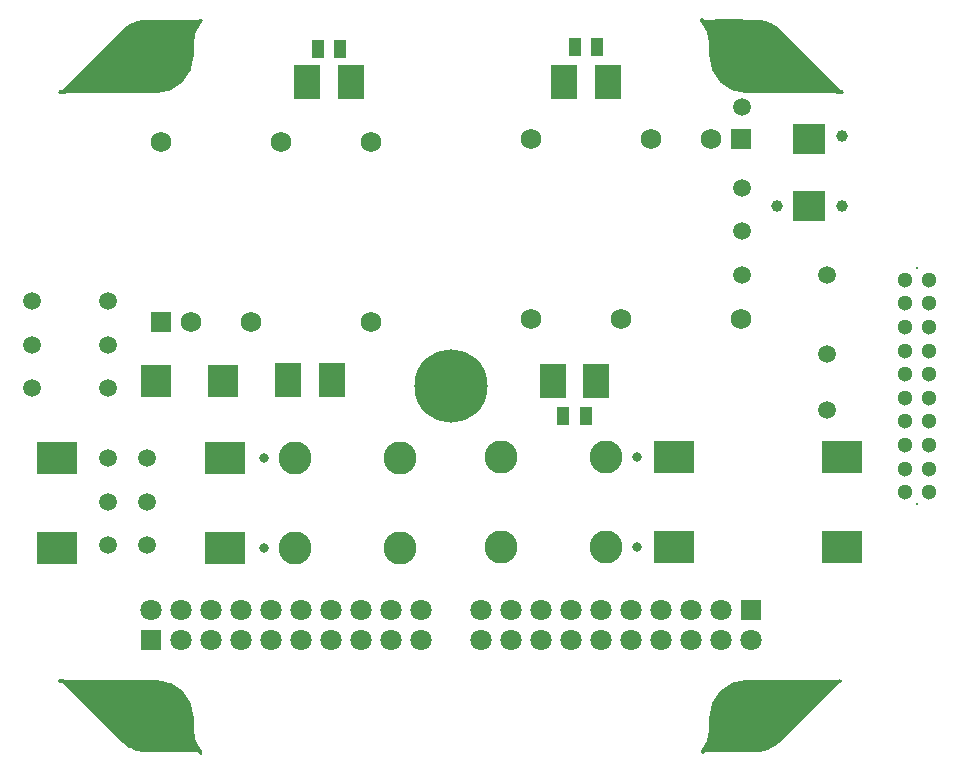
<source format=gts>
G04*
G04 #@! TF.GenerationSoftware,Altium Limited,Altium Designer,22.1.2 (22)*
G04*
G04 Layer_Color=8388736*
%FSAX42Y42*%
%MOMM*%
G71*
G04*
G04 #@! TF.SameCoordinates,B33CA4CF-0794-4EA4-91B4-66363FEF3F54*
G04*
G04*
G04 #@! TF.FilePolarity,Negative*
G04*
G01*
G75*
%ADD11C,0.30*%
%ADD16R,1.00X1.50*%
%ADD17R,2.20X3.00*%
%ADD18R,2.50X2.70*%
%ADD19R,2.70X2.50*%
%ADD20R,3.40X2.80*%
%ADD21R,1.73X1.73*%
%ADD22C,1.73*%
%ADD23C,1.30*%
%ADD24C,0.20*%
%ADD25C,1.80*%
%ADD26R,1.80X1.80*%
%ADD27C,2.80*%
%ADD28C,1.50*%
%ADD29C,1.00*%
%ADD30C,6.20*%
%ADD31C,4.20*%
%ADD32C,0.80*%
G36*
X004076Y001824D02*
X004076Y001824D01*
X004076Y001824D01*
X004096Y001824D01*
X004134Y001819D01*
X004172Y001809D01*
X004208Y001794D01*
X004242Y001774D01*
X004273Y001750D01*
X004301Y001723D01*
X004325Y001692D01*
X004344Y001658D01*
X004359Y001622D01*
X004370Y001584D01*
X004375Y001545D01*
X004375Y001525D01*
X004375Y001525D01*
X004373Y001506D01*
X004373Y001468D01*
X004375Y001429D01*
X004381Y001391D01*
X004389Y001354D01*
X004401Y001317D01*
X004415Y001281D01*
X004433Y001247D01*
X004435Y001243D01*
X004428Y001230D01*
X004386Y001230D01*
X004274Y001229D01*
X004161Y001229D01*
X004049Y001230D01*
X003992Y001230D01*
X003983Y001230D01*
X003965Y001231D01*
X003947Y001233D01*
X003930Y001236D01*
X003921Y001239D01*
Y001239D01*
X003916Y001240D01*
X003906Y001243D01*
X003897Y001246D01*
X003887Y001250D01*
X003882Y001252D01*
X003882Y001252D01*
X003875Y001255D01*
X003860Y001261D01*
X003845Y001269D01*
X003831Y001277D01*
X003824Y001282D01*
X003794Y001306D01*
X003793Y001307D01*
X003789Y001311D01*
X003782Y001317D01*
X003287Y001813D01*
X003292Y001825D01*
X004076Y001824D01*
D02*
G37*
G36*
X004396Y007430D02*
X004440Y007430D01*
X004447Y007417D01*
X004444Y007413D01*
X004425Y007379D01*
X004408Y007344D01*
X004394Y007307D01*
X004383Y007269D01*
X004376Y007230D01*
X004371Y007191D01*
X004369Y007152D01*
X004370Y007132D01*
X004370Y007132D01*
X004370Y007132D01*
X004371Y007112D01*
X004367Y007073D01*
X004357Y007034D01*
X004343Y006997D01*
X004324Y006963D01*
X004300Y006931D01*
X004272Y006903D01*
X004240Y006879D01*
X004206Y006860D01*
X004169Y006845D01*
X004130Y006836D01*
X004091Y006832D01*
X004071Y006833D01*
Y006833D01*
X004071Y006833D01*
X004071Y006833D01*
X003275Y006818D01*
X003270Y006830D01*
X003778Y007338D01*
X003787Y007348D01*
X003792Y007352D01*
X003819Y007375D01*
X003826Y007380D01*
X003839Y007388D01*
X003853Y007396D01*
X003868Y007402D01*
X003875Y007405D01*
X003880Y007407D01*
X003890Y007411D01*
X003900Y007415D01*
X003903Y007416D01*
X003915Y007419D01*
X003915Y007419D01*
X003927Y007423D01*
X003940Y007426D01*
X003957Y007428D01*
X003974Y007430D01*
X003982Y007430D01*
X003982Y007430D01*
X004042Y007430D01*
X004160Y007431D01*
X004278Y007431D01*
X004396Y007430D01*
D02*
G37*
G36*
X009854Y001814D02*
X009359Y001319D01*
X009352Y001312D01*
X009349Y001309D01*
X009347Y001307D01*
X009317Y001283D01*
X009310Y001278D01*
X009296Y001270D01*
X009281Y001263D01*
X009266Y001256D01*
X009259Y001253D01*
X009259Y001253D01*
X009254Y001251D01*
X009245Y001247D01*
X009235Y001244D01*
X009225Y001241D01*
X009220Y001240D01*
Y001240D01*
X009212Y001238D01*
X009194Y001234D01*
X009176Y001232D01*
X009158Y001231D01*
X009149Y001231D01*
X009092Y001231D01*
X008980Y001231D01*
X008868Y001231D01*
X008755Y001231D01*
X008713Y001231D01*
X008706Y001244D01*
X008709Y001248D01*
X008726Y001282D01*
X008740Y001318D01*
X008752Y001355D01*
X008760Y001392D01*
X008766Y001430D01*
X008768Y001469D01*
X008768Y001507D01*
X008766Y001527D01*
X008766Y001527D01*
X008766Y001546D01*
X008772Y001585D01*
X008782Y001623D01*
X008797Y001659D01*
X008816Y001693D01*
X008840Y001724D01*
X008868Y001752D01*
X008899Y001776D01*
X008933Y001795D01*
X008969Y001810D01*
X009007Y001820D01*
X009046Y001825D01*
X009065Y001825D01*
X009065Y001825D01*
X009065Y001825D01*
X009849Y001826D01*
X009854Y001814D01*
D02*
G37*
G36*
X008985Y007433D02*
X009104Y007432D01*
X009163Y007432D01*
X009163Y007432D01*
X009171Y007432D01*
X009188Y007430D01*
X009205Y007427D01*
X009222Y007424D01*
X009230Y007421D01*
X009235Y007420D01*
X009245Y007417D01*
X009255Y007413D01*
X009265Y007409D01*
X009270Y007407D01*
X009278Y007404D01*
X009292Y007397D01*
X009306Y007390D01*
X009319Y007382D01*
X009326Y007377D01*
X009353Y007354D01*
X009358Y007349D01*
X009367Y007340D01*
X009875Y006832D01*
X009870Y006820D01*
X009074Y006835D01*
X009054Y006834D01*
X009015Y006838D01*
X008976Y006847D01*
X008939Y006862D01*
X008905Y006881D01*
X008873Y006905D01*
X008845Y006933D01*
X008821Y006964D01*
X008802Y006999D01*
X008788Y007036D01*
X008778Y007074D01*
X008775Y007114D01*
X008775Y007134D01*
X008775Y007134D01*
X008775Y007134D01*
X008776Y007153D01*
X008774Y007193D01*
X008769Y007232D01*
X008762Y007271D01*
X008751Y007308D01*
X008737Y007345D01*
X008720Y007381D01*
X008701Y007415D01*
X008698Y007419D01*
X008705Y007432D01*
X008749Y007432D01*
X008867Y007433D01*
X008985Y007433D01*
D02*
G37*
D11*
X003328Y006825D02*
G03*
X003261Y006817I000000J-000300D01*
G01*
X008702Y001232D02*
G03*
X008773Y001425I-000230J000193D01*
G01*
X009817Y001825D02*
G03*
X009864Y001828I000000J000300D01*
G01*
X003261Y001832D02*
G03*
X003328Y001825I000067J000292D01*
G01*
X004373Y001425D02*
G03*
X004450Y001224I000300J000000D01*
G01*
Y007425D02*
G03*
X004373Y007225I000223J-000201D01*
G01*
Y001525D02*
G03*
X004073Y001825I-000300J000000D01*
G01*
X009073D02*
G03*
X008773Y001525I000000J-000300D01*
G01*
X009879Y006818D02*
G03*
X009817Y006825I-000062J-000293D01*
G01*
X004073Y006825D02*
G03*
X004373Y007125I000000J000300D01*
G01*
X008773Y007225D02*
G03*
X008694Y007427I-000300J000000D01*
G01*
X008773Y007125D02*
G03*
X009073Y006825I000300J000000D01*
G01*
X003328Y001825D02*
X004072D01*
X004373Y001425D02*
Y001525D01*
X008773Y007125D02*
Y007225D01*
Y001425D02*
Y001525D01*
X003328Y006825D02*
X004073D01*
X009073Y001825D02*
X009817D01*
X004373Y007125D02*
Y007225D01*
X009073Y006825D02*
X009817D01*
D16*
X005631Y007180D02*
D03*
X005441D02*
D03*
X007521Y004080D02*
D03*
X007711D02*
D03*
X007809Y007200D02*
D03*
X007619D02*
D03*
D17*
X005720Y006900D02*
D03*
X005352D02*
D03*
X007432Y004370D02*
D03*
X007800D02*
D03*
X005560Y004380D02*
D03*
X005192D02*
D03*
X007898Y006900D02*
D03*
X007530D02*
D03*
D18*
X004640Y004370D02*
D03*
X004070D02*
D03*
D19*
X009600Y006422D02*
D03*
Y005852D02*
D03*
D20*
X008462Y003727D02*
D03*
Y002965D02*
D03*
X009882Y003729D02*
D03*
Y002967D02*
D03*
X004653Y002960D02*
D03*
Y003722D02*
D03*
X003233Y002958D02*
D03*
Y003720D02*
D03*
D21*
X004114Y004870D02*
D03*
X009026Y006422D02*
D03*
D22*
X004368Y004870D02*
D03*
X004876D02*
D03*
X005892D02*
D03*
Y006394D02*
D03*
X005130D02*
D03*
X004114D02*
D03*
X008772Y006422D02*
D03*
X008264D02*
D03*
X007248D02*
D03*
Y004898D02*
D03*
X008010D02*
D03*
X009026D02*
D03*
D23*
X010618Y003430D02*
D03*
X010418D02*
D03*
X010618Y003630D02*
D03*
X010418D02*
D03*
X010618Y003830D02*
D03*
X010418D02*
D03*
X010618Y004030D02*
D03*
X010418D02*
D03*
Y005230D02*
D03*
X010618D02*
D03*
X010418Y005030D02*
D03*
X010618D02*
D03*
X010418Y004830D02*
D03*
X010618D02*
D03*
X010418Y004630D02*
D03*
X010618D02*
D03*
X010418Y004430D02*
D03*
X010618D02*
D03*
X010418Y004230D02*
D03*
X010618D02*
D03*
D24*
X010518Y005330D02*
D03*
Y003330D02*
D03*
D25*
X006316Y002176D02*
D03*
Y002430D02*
D03*
X005554D02*
D03*
X006062Y002176D02*
D03*
Y002430D02*
D03*
X005808Y002176D02*
D03*
Y002430D02*
D03*
X005554Y002176D02*
D03*
X004792Y002430D02*
D03*
X005300Y002176D02*
D03*
Y002430D02*
D03*
X005046Y002176D02*
D03*
Y002430D02*
D03*
X004792Y002176D02*
D03*
X004030Y002430D02*
D03*
X004284Y002176D02*
D03*
Y002430D02*
D03*
X004538Y002176D02*
D03*
Y002430D02*
D03*
X006824Y002430D02*
D03*
Y002176D02*
D03*
X007586D02*
D03*
X007078Y002430D02*
D03*
Y002176D02*
D03*
X007332Y002430D02*
D03*
Y002176D02*
D03*
X007586Y002430D02*
D03*
X008348Y002176D02*
D03*
X007840Y002430D02*
D03*
Y002176D02*
D03*
X008094Y002430D02*
D03*
Y002176D02*
D03*
X008348Y002430D02*
D03*
X009110Y002176D02*
D03*
X008856Y002430D02*
D03*
Y002176D02*
D03*
X008602Y002430D02*
D03*
Y002176D02*
D03*
D26*
X004030Y002176D02*
D03*
X009110Y002430D02*
D03*
D27*
X006993Y003727D02*
D03*
X007882D02*
D03*
X006142Y002960D02*
D03*
X005253D02*
D03*
Y003722D02*
D03*
X006142D02*
D03*
X006993Y002965D02*
D03*
X007882D02*
D03*
D28*
X003020Y004680D02*
D03*
Y005047D02*
D03*
Y004310D02*
D03*
X003670Y004680D02*
D03*
Y005047D02*
D03*
Y004310D02*
D03*
X004000Y002980D02*
D03*
Y003717D02*
D03*
Y003350D02*
D03*
X003670Y002980D02*
D03*
Y003717D02*
D03*
Y003350D02*
D03*
X009757Y005267D02*
D03*
X009032Y006690D02*
D03*
X009757Y004597D02*
D03*
X009032Y005638D02*
D03*
Y006005D02*
D03*
Y005267D02*
D03*
X009757Y004125D02*
D03*
D29*
X009880Y006450D02*
D03*
Y005852D02*
D03*
X009330D02*
D03*
D30*
X006570Y004330D02*
D03*
D31*
X009070Y007130D02*
D03*
X004070D02*
D03*
X009070Y001530D02*
D03*
X004070D02*
D03*
D32*
X008143Y003732D02*
D03*
Y002970D02*
D03*
X004983Y003722D02*
D03*
Y002960D02*
D03*
M02*

</source>
